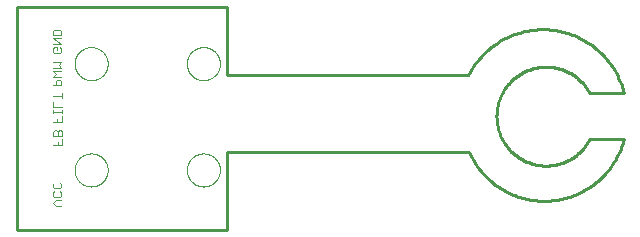
<source format=gbo>
G75*
%MOIN*%
%OFA0B0*%
%FSLAX25Y25*%
%IPPOS*%
%LPD*%
%AMOC8*
5,1,8,0,0,1.08239X$1,22.5*
%
%ADD10C,0.01000*%
%ADD11C,0.00000*%
%ADD12C,0.00300*%
D10*
X0061453Y0072391D02*
X0061453Y0146682D01*
X0131532Y0146682D01*
X0131532Y0123847D01*
X0211847Y0123847D01*
X0211846Y0123847D02*
X0212158Y0124451D01*
X0212484Y0125047D01*
X0212825Y0125635D01*
X0213179Y0126214D01*
X0213548Y0126785D01*
X0213931Y0127346D01*
X0214327Y0127898D01*
X0214737Y0128440D01*
X0215159Y0128972D01*
X0215595Y0129494D01*
X0216043Y0130004D01*
X0216504Y0130504D01*
X0216976Y0130992D01*
X0217460Y0131469D01*
X0217956Y0131933D01*
X0218463Y0132386D01*
X0218981Y0132826D01*
X0219509Y0133253D01*
X0220048Y0133667D01*
X0220597Y0134068D01*
X0221155Y0134455D01*
X0221722Y0134828D01*
X0222299Y0135188D01*
X0222884Y0135533D01*
X0223477Y0135865D01*
X0224078Y0136181D01*
X0224687Y0136483D01*
X0225303Y0136770D01*
X0225926Y0137041D01*
X0226555Y0137298D01*
X0227190Y0137539D01*
X0227831Y0137764D01*
X0228477Y0137974D01*
X0229128Y0138168D01*
X0229784Y0138346D01*
X0230444Y0138508D01*
X0231108Y0138653D01*
X0231775Y0138783D01*
X0232445Y0138896D01*
X0233117Y0138993D01*
X0233792Y0139073D01*
X0234468Y0139137D01*
X0235146Y0139185D01*
X0235825Y0139216D01*
X0236504Y0139230D01*
X0237183Y0139228D01*
X0237863Y0139209D01*
X0238541Y0139173D01*
X0239218Y0139121D01*
X0239894Y0139053D01*
X0240569Y0138968D01*
X0241240Y0138867D01*
X0241910Y0138749D01*
X0242576Y0138615D01*
X0243238Y0138465D01*
X0243897Y0138298D01*
X0244551Y0138116D01*
X0245201Y0137918D01*
X0245846Y0137704D01*
X0246486Y0137474D01*
X0247119Y0137229D01*
X0247747Y0136968D01*
X0248368Y0136692D01*
X0248981Y0136401D01*
X0249588Y0136095D01*
X0250187Y0135775D01*
X0250778Y0135440D01*
X0251361Y0135090D01*
X0251935Y0134727D01*
X0252500Y0134349D01*
X0253056Y0133958D01*
X0253602Y0133554D01*
X0254137Y0133136D01*
X0254663Y0132706D01*
X0255178Y0132262D01*
X0255682Y0131806D01*
X0256174Y0131339D01*
X0256655Y0130859D01*
X0257125Y0130367D01*
X0257582Y0129865D01*
X0258026Y0129351D01*
X0258458Y0128827D01*
X0258877Y0128292D01*
X0259283Y0127747D01*
X0259676Y0127192D01*
X0260055Y0126628D01*
X0260420Y0126055D01*
X0260771Y0125474D01*
X0261107Y0124883D01*
X0261429Y0124285D01*
X0261737Y0123679D01*
X0262029Y0123066D01*
X0262307Y0122446D01*
X0262569Y0121819D01*
X0262816Y0121186D01*
X0263048Y0120547D01*
X0263263Y0119903D01*
X0263463Y0119254D01*
X0263647Y0118600D01*
X0263815Y0117941D01*
X0263816Y0117942D02*
X0252398Y0117942D01*
X0252205Y0118296D01*
X0252005Y0118646D01*
X0251795Y0118990D01*
X0251577Y0119330D01*
X0251351Y0119663D01*
X0251117Y0119992D01*
X0250875Y0120314D01*
X0250625Y0120630D01*
X0250367Y0120940D01*
X0250102Y0121244D01*
X0249830Y0121541D01*
X0249550Y0121832D01*
X0249264Y0122115D01*
X0248970Y0122391D01*
X0248670Y0122661D01*
X0248363Y0122922D01*
X0248050Y0123176D01*
X0247731Y0123423D01*
X0247406Y0123661D01*
X0247075Y0123891D01*
X0246739Y0124114D01*
X0246397Y0124328D01*
X0246050Y0124533D01*
X0245698Y0124730D01*
X0245342Y0124918D01*
X0244981Y0125098D01*
X0244616Y0125268D01*
X0244246Y0125430D01*
X0243873Y0125582D01*
X0243496Y0125726D01*
X0243116Y0125860D01*
X0242733Y0125985D01*
X0242346Y0126100D01*
X0241957Y0126206D01*
X0241566Y0126302D01*
X0241172Y0126388D01*
X0240776Y0126465D01*
X0240379Y0126533D01*
X0239980Y0126590D01*
X0239579Y0126638D01*
X0239178Y0126676D01*
X0238776Y0126704D01*
X0238373Y0126722D01*
X0237970Y0126730D01*
X0237567Y0126729D01*
X0237164Y0126717D01*
X0236761Y0126696D01*
X0236359Y0126665D01*
X0235958Y0126624D01*
X0235558Y0126573D01*
X0235160Y0126513D01*
X0234763Y0126443D01*
X0234368Y0126363D01*
X0233975Y0126273D01*
X0233584Y0126174D01*
X0233196Y0126065D01*
X0232810Y0125947D01*
X0232428Y0125819D01*
X0232049Y0125682D01*
X0231673Y0125536D01*
X0231301Y0125381D01*
X0230933Y0125216D01*
X0230569Y0125043D01*
X0230209Y0124861D01*
X0229854Y0124670D01*
X0229504Y0124470D01*
X0229159Y0124262D01*
X0228819Y0124046D01*
X0228484Y0123821D01*
X0228155Y0123588D01*
X0227832Y0123347D01*
X0227514Y0123098D01*
X0227203Y0122842D01*
X0226898Y0122578D01*
X0226600Y0122307D01*
X0226309Y0122028D01*
X0226024Y0121742D01*
X0225747Y0121450D01*
X0225477Y0121151D01*
X0225214Y0120845D01*
X0224959Y0120533D01*
X0224711Y0120215D01*
X0224471Y0119891D01*
X0224240Y0119561D01*
X0224016Y0119225D01*
X0223801Y0118884D01*
X0223594Y0118538D01*
X0223396Y0118187D01*
X0223206Y0117831D01*
X0223026Y0117471D01*
X0222854Y0117106D01*
X0222691Y0116738D01*
X0222537Y0116365D01*
X0222392Y0115989D01*
X0222256Y0115609D01*
X0222130Y0115226D01*
X0222013Y0114840D01*
X0221906Y0114452D01*
X0221808Y0114061D01*
X0221720Y0113667D01*
X0221642Y0113272D01*
X0221573Y0112874D01*
X0221514Y0112476D01*
X0221465Y0112076D01*
X0221425Y0111674D01*
X0221396Y0111272D01*
X0221376Y0110870D01*
X0221366Y0110467D01*
X0221366Y0110063D01*
X0221376Y0109660D01*
X0221396Y0109258D01*
X0221425Y0108856D01*
X0221465Y0108454D01*
X0221514Y0108054D01*
X0221573Y0107656D01*
X0221642Y0107258D01*
X0221720Y0106863D01*
X0221808Y0106469D01*
X0221906Y0106078D01*
X0222013Y0105690D01*
X0222130Y0105304D01*
X0222256Y0104921D01*
X0222392Y0104541D01*
X0222537Y0104165D01*
X0222691Y0103792D01*
X0222854Y0103424D01*
X0223026Y0103059D01*
X0223206Y0102699D01*
X0223396Y0102343D01*
X0223594Y0101992D01*
X0223801Y0101646D01*
X0224016Y0101305D01*
X0224240Y0100969D01*
X0224471Y0100639D01*
X0224711Y0100315D01*
X0224959Y0099997D01*
X0225214Y0099685D01*
X0225477Y0099379D01*
X0225747Y0099080D01*
X0226024Y0098788D01*
X0226309Y0098502D01*
X0226600Y0098223D01*
X0226898Y0097952D01*
X0227203Y0097688D01*
X0227514Y0097432D01*
X0227832Y0097183D01*
X0228155Y0096942D01*
X0228484Y0096709D01*
X0228819Y0096484D01*
X0229159Y0096268D01*
X0229504Y0096060D01*
X0229854Y0095860D01*
X0230209Y0095669D01*
X0230569Y0095487D01*
X0230933Y0095314D01*
X0231301Y0095149D01*
X0231673Y0094994D01*
X0232049Y0094848D01*
X0232428Y0094711D01*
X0232810Y0094583D01*
X0233196Y0094465D01*
X0233584Y0094356D01*
X0233975Y0094257D01*
X0234368Y0094167D01*
X0234763Y0094087D01*
X0235160Y0094017D01*
X0235558Y0093957D01*
X0235958Y0093906D01*
X0236359Y0093865D01*
X0236761Y0093834D01*
X0237164Y0093813D01*
X0237567Y0093801D01*
X0237970Y0093800D01*
X0238373Y0093808D01*
X0238776Y0093826D01*
X0239178Y0093854D01*
X0239579Y0093892D01*
X0239980Y0093940D01*
X0240379Y0093997D01*
X0240776Y0094065D01*
X0241172Y0094142D01*
X0241566Y0094228D01*
X0241957Y0094324D01*
X0242346Y0094430D01*
X0242733Y0094545D01*
X0243116Y0094670D01*
X0243496Y0094804D01*
X0243873Y0094948D01*
X0244246Y0095100D01*
X0244616Y0095262D01*
X0244981Y0095432D01*
X0245342Y0095612D01*
X0245698Y0095800D01*
X0246050Y0095997D01*
X0246397Y0096202D01*
X0246739Y0096416D01*
X0247075Y0096639D01*
X0247406Y0096869D01*
X0247731Y0097107D01*
X0248050Y0097354D01*
X0248363Y0097608D01*
X0248670Y0097869D01*
X0248970Y0098139D01*
X0249264Y0098415D01*
X0249550Y0098698D01*
X0249830Y0098989D01*
X0250102Y0099286D01*
X0250367Y0099590D01*
X0250625Y0099900D01*
X0250875Y0100216D01*
X0251117Y0100538D01*
X0251351Y0100867D01*
X0251577Y0101200D01*
X0251795Y0101540D01*
X0252005Y0101884D01*
X0252205Y0102234D01*
X0252398Y0102588D01*
X0252398Y0102548D02*
X0263737Y0102587D01*
X0263815Y0102587D02*
X0263639Y0101941D01*
X0263447Y0101299D01*
X0263239Y0100663D01*
X0263016Y0100031D01*
X0262778Y0099405D01*
X0262524Y0098786D01*
X0262256Y0098172D01*
X0261972Y0097566D01*
X0261674Y0096966D01*
X0261361Y0096374D01*
X0261034Y0095790D01*
X0260693Y0095214D01*
X0260337Y0094646D01*
X0259968Y0094087D01*
X0259586Y0093538D01*
X0259190Y0092998D01*
X0258781Y0092467D01*
X0258359Y0091947D01*
X0257925Y0091438D01*
X0257478Y0090939D01*
X0257019Y0090451D01*
X0256549Y0089974D01*
X0256067Y0089509D01*
X0255574Y0089056D01*
X0255070Y0088616D01*
X0254555Y0088187D01*
X0254030Y0087771D01*
X0253495Y0087369D01*
X0252950Y0086979D01*
X0252396Y0086603D01*
X0251833Y0086240D01*
X0251262Y0085892D01*
X0250682Y0085557D01*
X0250094Y0085237D01*
X0249498Y0084931D01*
X0248895Y0084640D01*
X0248285Y0084363D01*
X0247669Y0084102D01*
X0247046Y0083855D01*
X0246417Y0083624D01*
X0245783Y0083409D01*
X0245144Y0083208D01*
X0244501Y0083024D01*
X0243853Y0082855D01*
X0243201Y0082702D01*
X0242545Y0082566D01*
X0241886Y0082445D01*
X0241225Y0082340D01*
X0240561Y0082252D01*
X0239896Y0082179D01*
X0239228Y0082123D01*
X0238560Y0082083D01*
X0237891Y0082060D01*
X0237221Y0082053D01*
X0236551Y0082062D01*
X0235882Y0082088D01*
X0235214Y0082130D01*
X0234547Y0082188D01*
X0233881Y0082263D01*
X0233218Y0082354D01*
X0232557Y0082460D01*
X0231899Y0082583D01*
X0231244Y0082723D01*
X0230592Y0082878D01*
X0229945Y0083048D01*
X0229302Y0083235D01*
X0228663Y0083437D01*
X0228030Y0083655D01*
X0227402Y0083888D01*
X0226780Y0084137D01*
X0226165Y0084400D01*
X0225556Y0084679D01*
X0224954Y0084972D01*
X0224359Y0085280D01*
X0223772Y0085602D01*
X0223193Y0085939D01*
X0222623Y0086289D01*
X0222061Y0086654D01*
X0221508Y0087032D01*
X0220965Y0087423D01*
X0220431Y0087828D01*
X0219908Y0088245D01*
X0219394Y0088675D01*
X0218892Y0089118D01*
X0218400Y0089572D01*
X0217920Y0090039D01*
X0217451Y0090517D01*
X0216994Y0091006D01*
X0216549Y0091507D01*
X0216116Y0092018D01*
X0215696Y0092540D01*
X0215289Y0093071D01*
X0214895Y0093613D01*
X0214514Y0094163D01*
X0214147Y0094723D01*
X0213794Y0095292D01*
X0213454Y0095870D01*
X0213129Y0096455D01*
X0212818Y0097048D01*
X0212522Y0097649D01*
X0212240Y0098256D01*
X0211847Y0098257D02*
X0131532Y0098257D01*
X0131532Y0072391D01*
X0061453Y0072391D01*
D11*
X0080745Y0092351D02*
X0080747Y0092499D01*
X0080753Y0092647D01*
X0080763Y0092795D01*
X0080777Y0092942D01*
X0080795Y0093089D01*
X0080816Y0093235D01*
X0080842Y0093381D01*
X0080872Y0093526D01*
X0080905Y0093670D01*
X0080943Y0093813D01*
X0080984Y0093955D01*
X0081029Y0094096D01*
X0081077Y0094236D01*
X0081130Y0094375D01*
X0081186Y0094512D01*
X0081246Y0094647D01*
X0081309Y0094781D01*
X0081376Y0094913D01*
X0081447Y0095043D01*
X0081521Y0095171D01*
X0081598Y0095297D01*
X0081679Y0095421D01*
X0081763Y0095543D01*
X0081850Y0095662D01*
X0081941Y0095779D01*
X0082035Y0095894D01*
X0082131Y0096006D01*
X0082231Y0096116D01*
X0082333Y0096222D01*
X0082439Y0096326D01*
X0082547Y0096427D01*
X0082658Y0096525D01*
X0082771Y0096621D01*
X0082887Y0096713D01*
X0083005Y0096802D01*
X0083126Y0096887D01*
X0083249Y0096970D01*
X0083374Y0097049D01*
X0083501Y0097125D01*
X0083630Y0097197D01*
X0083761Y0097266D01*
X0083894Y0097331D01*
X0084029Y0097392D01*
X0084165Y0097450D01*
X0084302Y0097505D01*
X0084441Y0097555D01*
X0084582Y0097602D01*
X0084723Y0097645D01*
X0084866Y0097685D01*
X0085010Y0097720D01*
X0085154Y0097752D01*
X0085300Y0097779D01*
X0085446Y0097803D01*
X0085593Y0097823D01*
X0085740Y0097839D01*
X0085887Y0097851D01*
X0086035Y0097859D01*
X0086183Y0097863D01*
X0086331Y0097863D01*
X0086479Y0097859D01*
X0086627Y0097851D01*
X0086774Y0097839D01*
X0086921Y0097823D01*
X0087068Y0097803D01*
X0087214Y0097779D01*
X0087360Y0097752D01*
X0087504Y0097720D01*
X0087648Y0097685D01*
X0087791Y0097645D01*
X0087932Y0097602D01*
X0088073Y0097555D01*
X0088212Y0097505D01*
X0088349Y0097450D01*
X0088485Y0097392D01*
X0088620Y0097331D01*
X0088753Y0097266D01*
X0088884Y0097197D01*
X0089013Y0097125D01*
X0089140Y0097049D01*
X0089265Y0096970D01*
X0089388Y0096887D01*
X0089509Y0096802D01*
X0089627Y0096713D01*
X0089743Y0096621D01*
X0089856Y0096525D01*
X0089967Y0096427D01*
X0090075Y0096326D01*
X0090181Y0096222D01*
X0090283Y0096116D01*
X0090383Y0096006D01*
X0090479Y0095894D01*
X0090573Y0095779D01*
X0090664Y0095662D01*
X0090751Y0095543D01*
X0090835Y0095421D01*
X0090916Y0095297D01*
X0090993Y0095171D01*
X0091067Y0095043D01*
X0091138Y0094913D01*
X0091205Y0094781D01*
X0091268Y0094647D01*
X0091328Y0094512D01*
X0091384Y0094375D01*
X0091437Y0094236D01*
X0091485Y0094096D01*
X0091530Y0093955D01*
X0091571Y0093813D01*
X0091609Y0093670D01*
X0091642Y0093526D01*
X0091672Y0093381D01*
X0091698Y0093235D01*
X0091719Y0093089D01*
X0091737Y0092942D01*
X0091751Y0092795D01*
X0091761Y0092647D01*
X0091767Y0092499D01*
X0091769Y0092351D01*
X0091767Y0092203D01*
X0091761Y0092055D01*
X0091751Y0091907D01*
X0091737Y0091760D01*
X0091719Y0091613D01*
X0091698Y0091467D01*
X0091672Y0091321D01*
X0091642Y0091176D01*
X0091609Y0091032D01*
X0091571Y0090889D01*
X0091530Y0090747D01*
X0091485Y0090606D01*
X0091437Y0090466D01*
X0091384Y0090327D01*
X0091328Y0090190D01*
X0091268Y0090055D01*
X0091205Y0089921D01*
X0091138Y0089789D01*
X0091067Y0089659D01*
X0090993Y0089531D01*
X0090916Y0089405D01*
X0090835Y0089281D01*
X0090751Y0089159D01*
X0090664Y0089040D01*
X0090573Y0088923D01*
X0090479Y0088808D01*
X0090383Y0088696D01*
X0090283Y0088586D01*
X0090181Y0088480D01*
X0090075Y0088376D01*
X0089967Y0088275D01*
X0089856Y0088177D01*
X0089743Y0088081D01*
X0089627Y0087989D01*
X0089509Y0087900D01*
X0089388Y0087815D01*
X0089265Y0087732D01*
X0089140Y0087653D01*
X0089013Y0087577D01*
X0088884Y0087505D01*
X0088753Y0087436D01*
X0088620Y0087371D01*
X0088485Y0087310D01*
X0088349Y0087252D01*
X0088212Y0087197D01*
X0088073Y0087147D01*
X0087932Y0087100D01*
X0087791Y0087057D01*
X0087648Y0087017D01*
X0087504Y0086982D01*
X0087360Y0086950D01*
X0087214Y0086923D01*
X0087068Y0086899D01*
X0086921Y0086879D01*
X0086774Y0086863D01*
X0086627Y0086851D01*
X0086479Y0086843D01*
X0086331Y0086839D01*
X0086183Y0086839D01*
X0086035Y0086843D01*
X0085887Y0086851D01*
X0085740Y0086863D01*
X0085593Y0086879D01*
X0085446Y0086899D01*
X0085300Y0086923D01*
X0085154Y0086950D01*
X0085010Y0086982D01*
X0084866Y0087017D01*
X0084723Y0087057D01*
X0084582Y0087100D01*
X0084441Y0087147D01*
X0084302Y0087197D01*
X0084165Y0087252D01*
X0084029Y0087310D01*
X0083894Y0087371D01*
X0083761Y0087436D01*
X0083630Y0087505D01*
X0083501Y0087577D01*
X0083374Y0087653D01*
X0083249Y0087732D01*
X0083126Y0087815D01*
X0083005Y0087900D01*
X0082887Y0087989D01*
X0082771Y0088081D01*
X0082658Y0088177D01*
X0082547Y0088275D01*
X0082439Y0088376D01*
X0082333Y0088480D01*
X0082231Y0088586D01*
X0082131Y0088696D01*
X0082035Y0088808D01*
X0081941Y0088923D01*
X0081850Y0089040D01*
X0081763Y0089159D01*
X0081679Y0089281D01*
X0081598Y0089405D01*
X0081521Y0089531D01*
X0081447Y0089659D01*
X0081376Y0089789D01*
X0081309Y0089921D01*
X0081246Y0090055D01*
X0081186Y0090190D01*
X0081130Y0090327D01*
X0081077Y0090466D01*
X0081029Y0090606D01*
X0080984Y0090747D01*
X0080943Y0090889D01*
X0080905Y0091032D01*
X0080872Y0091176D01*
X0080842Y0091321D01*
X0080816Y0091467D01*
X0080795Y0091613D01*
X0080777Y0091760D01*
X0080763Y0091907D01*
X0080753Y0092055D01*
X0080747Y0092203D01*
X0080745Y0092351D01*
X0118146Y0092351D02*
X0118148Y0092499D01*
X0118154Y0092647D01*
X0118164Y0092795D01*
X0118178Y0092942D01*
X0118196Y0093089D01*
X0118217Y0093235D01*
X0118243Y0093381D01*
X0118273Y0093526D01*
X0118306Y0093670D01*
X0118344Y0093813D01*
X0118385Y0093955D01*
X0118430Y0094096D01*
X0118478Y0094236D01*
X0118531Y0094375D01*
X0118587Y0094512D01*
X0118647Y0094647D01*
X0118710Y0094781D01*
X0118777Y0094913D01*
X0118848Y0095043D01*
X0118922Y0095171D01*
X0118999Y0095297D01*
X0119080Y0095421D01*
X0119164Y0095543D01*
X0119251Y0095662D01*
X0119342Y0095779D01*
X0119436Y0095894D01*
X0119532Y0096006D01*
X0119632Y0096116D01*
X0119734Y0096222D01*
X0119840Y0096326D01*
X0119948Y0096427D01*
X0120059Y0096525D01*
X0120172Y0096621D01*
X0120288Y0096713D01*
X0120406Y0096802D01*
X0120527Y0096887D01*
X0120650Y0096970D01*
X0120775Y0097049D01*
X0120902Y0097125D01*
X0121031Y0097197D01*
X0121162Y0097266D01*
X0121295Y0097331D01*
X0121430Y0097392D01*
X0121566Y0097450D01*
X0121703Y0097505D01*
X0121842Y0097555D01*
X0121983Y0097602D01*
X0122124Y0097645D01*
X0122267Y0097685D01*
X0122411Y0097720D01*
X0122555Y0097752D01*
X0122701Y0097779D01*
X0122847Y0097803D01*
X0122994Y0097823D01*
X0123141Y0097839D01*
X0123288Y0097851D01*
X0123436Y0097859D01*
X0123584Y0097863D01*
X0123732Y0097863D01*
X0123880Y0097859D01*
X0124028Y0097851D01*
X0124175Y0097839D01*
X0124322Y0097823D01*
X0124469Y0097803D01*
X0124615Y0097779D01*
X0124761Y0097752D01*
X0124905Y0097720D01*
X0125049Y0097685D01*
X0125192Y0097645D01*
X0125333Y0097602D01*
X0125474Y0097555D01*
X0125613Y0097505D01*
X0125750Y0097450D01*
X0125886Y0097392D01*
X0126021Y0097331D01*
X0126154Y0097266D01*
X0126285Y0097197D01*
X0126414Y0097125D01*
X0126541Y0097049D01*
X0126666Y0096970D01*
X0126789Y0096887D01*
X0126910Y0096802D01*
X0127028Y0096713D01*
X0127144Y0096621D01*
X0127257Y0096525D01*
X0127368Y0096427D01*
X0127476Y0096326D01*
X0127582Y0096222D01*
X0127684Y0096116D01*
X0127784Y0096006D01*
X0127880Y0095894D01*
X0127974Y0095779D01*
X0128065Y0095662D01*
X0128152Y0095543D01*
X0128236Y0095421D01*
X0128317Y0095297D01*
X0128394Y0095171D01*
X0128468Y0095043D01*
X0128539Y0094913D01*
X0128606Y0094781D01*
X0128669Y0094647D01*
X0128729Y0094512D01*
X0128785Y0094375D01*
X0128838Y0094236D01*
X0128886Y0094096D01*
X0128931Y0093955D01*
X0128972Y0093813D01*
X0129010Y0093670D01*
X0129043Y0093526D01*
X0129073Y0093381D01*
X0129099Y0093235D01*
X0129120Y0093089D01*
X0129138Y0092942D01*
X0129152Y0092795D01*
X0129162Y0092647D01*
X0129168Y0092499D01*
X0129170Y0092351D01*
X0129168Y0092203D01*
X0129162Y0092055D01*
X0129152Y0091907D01*
X0129138Y0091760D01*
X0129120Y0091613D01*
X0129099Y0091467D01*
X0129073Y0091321D01*
X0129043Y0091176D01*
X0129010Y0091032D01*
X0128972Y0090889D01*
X0128931Y0090747D01*
X0128886Y0090606D01*
X0128838Y0090466D01*
X0128785Y0090327D01*
X0128729Y0090190D01*
X0128669Y0090055D01*
X0128606Y0089921D01*
X0128539Y0089789D01*
X0128468Y0089659D01*
X0128394Y0089531D01*
X0128317Y0089405D01*
X0128236Y0089281D01*
X0128152Y0089159D01*
X0128065Y0089040D01*
X0127974Y0088923D01*
X0127880Y0088808D01*
X0127784Y0088696D01*
X0127684Y0088586D01*
X0127582Y0088480D01*
X0127476Y0088376D01*
X0127368Y0088275D01*
X0127257Y0088177D01*
X0127144Y0088081D01*
X0127028Y0087989D01*
X0126910Y0087900D01*
X0126789Y0087815D01*
X0126666Y0087732D01*
X0126541Y0087653D01*
X0126414Y0087577D01*
X0126285Y0087505D01*
X0126154Y0087436D01*
X0126021Y0087371D01*
X0125886Y0087310D01*
X0125750Y0087252D01*
X0125613Y0087197D01*
X0125474Y0087147D01*
X0125333Y0087100D01*
X0125192Y0087057D01*
X0125049Y0087017D01*
X0124905Y0086982D01*
X0124761Y0086950D01*
X0124615Y0086923D01*
X0124469Y0086899D01*
X0124322Y0086879D01*
X0124175Y0086863D01*
X0124028Y0086851D01*
X0123880Y0086843D01*
X0123732Y0086839D01*
X0123584Y0086839D01*
X0123436Y0086843D01*
X0123288Y0086851D01*
X0123141Y0086863D01*
X0122994Y0086879D01*
X0122847Y0086899D01*
X0122701Y0086923D01*
X0122555Y0086950D01*
X0122411Y0086982D01*
X0122267Y0087017D01*
X0122124Y0087057D01*
X0121983Y0087100D01*
X0121842Y0087147D01*
X0121703Y0087197D01*
X0121566Y0087252D01*
X0121430Y0087310D01*
X0121295Y0087371D01*
X0121162Y0087436D01*
X0121031Y0087505D01*
X0120902Y0087577D01*
X0120775Y0087653D01*
X0120650Y0087732D01*
X0120527Y0087815D01*
X0120406Y0087900D01*
X0120288Y0087989D01*
X0120172Y0088081D01*
X0120059Y0088177D01*
X0119948Y0088275D01*
X0119840Y0088376D01*
X0119734Y0088480D01*
X0119632Y0088586D01*
X0119532Y0088696D01*
X0119436Y0088808D01*
X0119342Y0088923D01*
X0119251Y0089040D01*
X0119164Y0089159D01*
X0119080Y0089281D01*
X0118999Y0089405D01*
X0118922Y0089531D01*
X0118848Y0089659D01*
X0118777Y0089789D01*
X0118710Y0089921D01*
X0118647Y0090055D01*
X0118587Y0090190D01*
X0118531Y0090327D01*
X0118478Y0090466D01*
X0118430Y0090606D01*
X0118385Y0090747D01*
X0118344Y0090889D01*
X0118306Y0091032D01*
X0118273Y0091176D01*
X0118243Y0091321D01*
X0118217Y0091467D01*
X0118196Y0091613D01*
X0118178Y0091760D01*
X0118164Y0091907D01*
X0118154Y0092055D01*
X0118148Y0092203D01*
X0118146Y0092351D01*
X0118146Y0127784D02*
X0118148Y0127932D01*
X0118154Y0128080D01*
X0118164Y0128228D01*
X0118178Y0128375D01*
X0118196Y0128522D01*
X0118217Y0128668D01*
X0118243Y0128814D01*
X0118273Y0128959D01*
X0118306Y0129103D01*
X0118344Y0129246D01*
X0118385Y0129388D01*
X0118430Y0129529D01*
X0118478Y0129669D01*
X0118531Y0129808D01*
X0118587Y0129945D01*
X0118647Y0130080D01*
X0118710Y0130214D01*
X0118777Y0130346D01*
X0118848Y0130476D01*
X0118922Y0130604D01*
X0118999Y0130730D01*
X0119080Y0130854D01*
X0119164Y0130976D01*
X0119251Y0131095D01*
X0119342Y0131212D01*
X0119436Y0131327D01*
X0119532Y0131439D01*
X0119632Y0131549D01*
X0119734Y0131655D01*
X0119840Y0131759D01*
X0119948Y0131860D01*
X0120059Y0131958D01*
X0120172Y0132054D01*
X0120288Y0132146D01*
X0120406Y0132235D01*
X0120527Y0132320D01*
X0120650Y0132403D01*
X0120775Y0132482D01*
X0120902Y0132558D01*
X0121031Y0132630D01*
X0121162Y0132699D01*
X0121295Y0132764D01*
X0121430Y0132825D01*
X0121566Y0132883D01*
X0121703Y0132938D01*
X0121842Y0132988D01*
X0121983Y0133035D01*
X0122124Y0133078D01*
X0122267Y0133118D01*
X0122411Y0133153D01*
X0122555Y0133185D01*
X0122701Y0133212D01*
X0122847Y0133236D01*
X0122994Y0133256D01*
X0123141Y0133272D01*
X0123288Y0133284D01*
X0123436Y0133292D01*
X0123584Y0133296D01*
X0123732Y0133296D01*
X0123880Y0133292D01*
X0124028Y0133284D01*
X0124175Y0133272D01*
X0124322Y0133256D01*
X0124469Y0133236D01*
X0124615Y0133212D01*
X0124761Y0133185D01*
X0124905Y0133153D01*
X0125049Y0133118D01*
X0125192Y0133078D01*
X0125333Y0133035D01*
X0125474Y0132988D01*
X0125613Y0132938D01*
X0125750Y0132883D01*
X0125886Y0132825D01*
X0126021Y0132764D01*
X0126154Y0132699D01*
X0126285Y0132630D01*
X0126414Y0132558D01*
X0126541Y0132482D01*
X0126666Y0132403D01*
X0126789Y0132320D01*
X0126910Y0132235D01*
X0127028Y0132146D01*
X0127144Y0132054D01*
X0127257Y0131958D01*
X0127368Y0131860D01*
X0127476Y0131759D01*
X0127582Y0131655D01*
X0127684Y0131549D01*
X0127784Y0131439D01*
X0127880Y0131327D01*
X0127974Y0131212D01*
X0128065Y0131095D01*
X0128152Y0130976D01*
X0128236Y0130854D01*
X0128317Y0130730D01*
X0128394Y0130604D01*
X0128468Y0130476D01*
X0128539Y0130346D01*
X0128606Y0130214D01*
X0128669Y0130080D01*
X0128729Y0129945D01*
X0128785Y0129808D01*
X0128838Y0129669D01*
X0128886Y0129529D01*
X0128931Y0129388D01*
X0128972Y0129246D01*
X0129010Y0129103D01*
X0129043Y0128959D01*
X0129073Y0128814D01*
X0129099Y0128668D01*
X0129120Y0128522D01*
X0129138Y0128375D01*
X0129152Y0128228D01*
X0129162Y0128080D01*
X0129168Y0127932D01*
X0129170Y0127784D01*
X0129168Y0127636D01*
X0129162Y0127488D01*
X0129152Y0127340D01*
X0129138Y0127193D01*
X0129120Y0127046D01*
X0129099Y0126900D01*
X0129073Y0126754D01*
X0129043Y0126609D01*
X0129010Y0126465D01*
X0128972Y0126322D01*
X0128931Y0126180D01*
X0128886Y0126039D01*
X0128838Y0125899D01*
X0128785Y0125760D01*
X0128729Y0125623D01*
X0128669Y0125488D01*
X0128606Y0125354D01*
X0128539Y0125222D01*
X0128468Y0125092D01*
X0128394Y0124964D01*
X0128317Y0124838D01*
X0128236Y0124714D01*
X0128152Y0124592D01*
X0128065Y0124473D01*
X0127974Y0124356D01*
X0127880Y0124241D01*
X0127784Y0124129D01*
X0127684Y0124019D01*
X0127582Y0123913D01*
X0127476Y0123809D01*
X0127368Y0123708D01*
X0127257Y0123610D01*
X0127144Y0123514D01*
X0127028Y0123422D01*
X0126910Y0123333D01*
X0126789Y0123248D01*
X0126666Y0123165D01*
X0126541Y0123086D01*
X0126414Y0123010D01*
X0126285Y0122938D01*
X0126154Y0122869D01*
X0126021Y0122804D01*
X0125886Y0122743D01*
X0125750Y0122685D01*
X0125613Y0122630D01*
X0125474Y0122580D01*
X0125333Y0122533D01*
X0125192Y0122490D01*
X0125049Y0122450D01*
X0124905Y0122415D01*
X0124761Y0122383D01*
X0124615Y0122356D01*
X0124469Y0122332D01*
X0124322Y0122312D01*
X0124175Y0122296D01*
X0124028Y0122284D01*
X0123880Y0122276D01*
X0123732Y0122272D01*
X0123584Y0122272D01*
X0123436Y0122276D01*
X0123288Y0122284D01*
X0123141Y0122296D01*
X0122994Y0122312D01*
X0122847Y0122332D01*
X0122701Y0122356D01*
X0122555Y0122383D01*
X0122411Y0122415D01*
X0122267Y0122450D01*
X0122124Y0122490D01*
X0121983Y0122533D01*
X0121842Y0122580D01*
X0121703Y0122630D01*
X0121566Y0122685D01*
X0121430Y0122743D01*
X0121295Y0122804D01*
X0121162Y0122869D01*
X0121031Y0122938D01*
X0120902Y0123010D01*
X0120775Y0123086D01*
X0120650Y0123165D01*
X0120527Y0123248D01*
X0120406Y0123333D01*
X0120288Y0123422D01*
X0120172Y0123514D01*
X0120059Y0123610D01*
X0119948Y0123708D01*
X0119840Y0123809D01*
X0119734Y0123913D01*
X0119632Y0124019D01*
X0119532Y0124129D01*
X0119436Y0124241D01*
X0119342Y0124356D01*
X0119251Y0124473D01*
X0119164Y0124592D01*
X0119080Y0124714D01*
X0118999Y0124838D01*
X0118922Y0124964D01*
X0118848Y0125092D01*
X0118777Y0125222D01*
X0118710Y0125354D01*
X0118647Y0125488D01*
X0118587Y0125623D01*
X0118531Y0125760D01*
X0118478Y0125899D01*
X0118430Y0126039D01*
X0118385Y0126180D01*
X0118344Y0126322D01*
X0118306Y0126465D01*
X0118273Y0126609D01*
X0118243Y0126754D01*
X0118217Y0126900D01*
X0118196Y0127046D01*
X0118178Y0127193D01*
X0118164Y0127340D01*
X0118154Y0127488D01*
X0118148Y0127636D01*
X0118146Y0127784D01*
X0080745Y0127784D02*
X0080747Y0127932D01*
X0080753Y0128080D01*
X0080763Y0128228D01*
X0080777Y0128375D01*
X0080795Y0128522D01*
X0080816Y0128668D01*
X0080842Y0128814D01*
X0080872Y0128959D01*
X0080905Y0129103D01*
X0080943Y0129246D01*
X0080984Y0129388D01*
X0081029Y0129529D01*
X0081077Y0129669D01*
X0081130Y0129808D01*
X0081186Y0129945D01*
X0081246Y0130080D01*
X0081309Y0130214D01*
X0081376Y0130346D01*
X0081447Y0130476D01*
X0081521Y0130604D01*
X0081598Y0130730D01*
X0081679Y0130854D01*
X0081763Y0130976D01*
X0081850Y0131095D01*
X0081941Y0131212D01*
X0082035Y0131327D01*
X0082131Y0131439D01*
X0082231Y0131549D01*
X0082333Y0131655D01*
X0082439Y0131759D01*
X0082547Y0131860D01*
X0082658Y0131958D01*
X0082771Y0132054D01*
X0082887Y0132146D01*
X0083005Y0132235D01*
X0083126Y0132320D01*
X0083249Y0132403D01*
X0083374Y0132482D01*
X0083501Y0132558D01*
X0083630Y0132630D01*
X0083761Y0132699D01*
X0083894Y0132764D01*
X0084029Y0132825D01*
X0084165Y0132883D01*
X0084302Y0132938D01*
X0084441Y0132988D01*
X0084582Y0133035D01*
X0084723Y0133078D01*
X0084866Y0133118D01*
X0085010Y0133153D01*
X0085154Y0133185D01*
X0085300Y0133212D01*
X0085446Y0133236D01*
X0085593Y0133256D01*
X0085740Y0133272D01*
X0085887Y0133284D01*
X0086035Y0133292D01*
X0086183Y0133296D01*
X0086331Y0133296D01*
X0086479Y0133292D01*
X0086627Y0133284D01*
X0086774Y0133272D01*
X0086921Y0133256D01*
X0087068Y0133236D01*
X0087214Y0133212D01*
X0087360Y0133185D01*
X0087504Y0133153D01*
X0087648Y0133118D01*
X0087791Y0133078D01*
X0087932Y0133035D01*
X0088073Y0132988D01*
X0088212Y0132938D01*
X0088349Y0132883D01*
X0088485Y0132825D01*
X0088620Y0132764D01*
X0088753Y0132699D01*
X0088884Y0132630D01*
X0089013Y0132558D01*
X0089140Y0132482D01*
X0089265Y0132403D01*
X0089388Y0132320D01*
X0089509Y0132235D01*
X0089627Y0132146D01*
X0089743Y0132054D01*
X0089856Y0131958D01*
X0089967Y0131860D01*
X0090075Y0131759D01*
X0090181Y0131655D01*
X0090283Y0131549D01*
X0090383Y0131439D01*
X0090479Y0131327D01*
X0090573Y0131212D01*
X0090664Y0131095D01*
X0090751Y0130976D01*
X0090835Y0130854D01*
X0090916Y0130730D01*
X0090993Y0130604D01*
X0091067Y0130476D01*
X0091138Y0130346D01*
X0091205Y0130214D01*
X0091268Y0130080D01*
X0091328Y0129945D01*
X0091384Y0129808D01*
X0091437Y0129669D01*
X0091485Y0129529D01*
X0091530Y0129388D01*
X0091571Y0129246D01*
X0091609Y0129103D01*
X0091642Y0128959D01*
X0091672Y0128814D01*
X0091698Y0128668D01*
X0091719Y0128522D01*
X0091737Y0128375D01*
X0091751Y0128228D01*
X0091761Y0128080D01*
X0091767Y0127932D01*
X0091769Y0127784D01*
X0091767Y0127636D01*
X0091761Y0127488D01*
X0091751Y0127340D01*
X0091737Y0127193D01*
X0091719Y0127046D01*
X0091698Y0126900D01*
X0091672Y0126754D01*
X0091642Y0126609D01*
X0091609Y0126465D01*
X0091571Y0126322D01*
X0091530Y0126180D01*
X0091485Y0126039D01*
X0091437Y0125899D01*
X0091384Y0125760D01*
X0091328Y0125623D01*
X0091268Y0125488D01*
X0091205Y0125354D01*
X0091138Y0125222D01*
X0091067Y0125092D01*
X0090993Y0124964D01*
X0090916Y0124838D01*
X0090835Y0124714D01*
X0090751Y0124592D01*
X0090664Y0124473D01*
X0090573Y0124356D01*
X0090479Y0124241D01*
X0090383Y0124129D01*
X0090283Y0124019D01*
X0090181Y0123913D01*
X0090075Y0123809D01*
X0089967Y0123708D01*
X0089856Y0123610D01*
X0089743Y0123514D01*
X0089627Y0123422D01*
X0089509Y0123333D01*
X0089388Y0123248D01*
X0089265Y0123165D01*
X0089140Y0123086D01*
X0089013Y0123010D01*
X0088884Y0122938D01*
X0088753Y0122869D01*
X0088620Y0122804D01*
X0088485Y0122743D01*
X0088349Y0122685D01*
X0088212Y0122630D01*
X0088073Y0122580D01*
X0087932Y0122533D01*
X0087791Y0122490D01*
X0087648Y0122450D01*
X0087504Y0122415D01*
X0087360Y0122383D01*
X0087214Y0122356D01*
X0087068Y0122332D01*
X0086921Y0122312D01*
X0086774Y0122296D01*
X0086627Y0122284D01*
X0086479Y0122276D01*
X0086331Y0122272D01*
X0086183Y0122272D01*
X0086035Y0122276D01*
X0085887Y0122284D01*
X0085740Y0122296D01*
X0085593Y0122312D01*
X0085446Y0122332D01*
X0085300Y0122356D01*
X0085154Y0122383D01*
X0085010Y0122415D01*
X0084866Y0122450D01*
X0084723Y0122490D01*
X0084582Y0122533D01*
X0084441Y0122580D01*
X0084302Y0122630D01*
X0084165Y0122685D01*
X0084029Y0122743D01*
X0083894Y0122804D01*
X0083761Y0122869D01*
X0083630Y0122938D01*
X0083501Y0123010D01*
X0083374Y0123086D01*
X0083249Y0123165D01*
X0083126Y0123248D01*
X0083005Y0123333D01*
X0082887Y0123422D01*
X0082771Y0123514D01*
X0082658Y0123610D01*
X0082547Y0123708D01*
X0082439Y0123809D01*
X0082333Y0123913D01*
X0082231Y0124019D01*
X0082131Y0124129D01*
X0082035Y0124241D01*
X0081941Y0124356D01*
X0081850Y0124473D01*
X0081763Y0124592D01*
X0081679Y0124714D01*
X0081598Y0124838D01*
X0081521Y0124964D01*
X0081447Y0125092D01*
X0081376Y0125222D01*
X0081309Y0125354D01*
X0081246Y0125488D01*
X0081186Y0125623D01*
X0081130Y0125760D01*
X0081077Y0125899D01*
X0081029Y0126039D01*
X0080984Y0126180D01*
X0080943Y0126322D01*
X0080905Y0126465D01*
X0080872Y0126609D01*
X0080842Y0126754D01*
X0080816Y0126900D01*
X0080795Y0127046D01*
X0080777Y0127193D01*
X0080763Y0127340D01*
X0080753Y0127488D01*
X0080747Y0127636D01*
X0080745Y0127784D01*
D12*
X0076356Y0128351D02*
X0075389Y0127383D01*
X0076356Y0126416D01*
X0073454Y0126416D01*
X0073454Y0125404D02*
X0076356Y0125404D01*
X0076356Y0123469D02*
X0073454Y0123469D01*
X0074421Y0124437D01*
X0073454Y0125404D01*
X0074905Y0122458D02*
X0074421Y0121974D01*
X0074421Y0120523D01*
X0073454Y0120523D02*
X0076356Y0120523D01*
X0076356Y0121974D01*
X0075873Y0122458D01*
X0074905Y0122458D01*
X0076474Y0118110D02*
X0076474Y0116175D01*
X0076474Y0117143D02*
X0073572Y0117143D01*
X0073572Y0115164D02*
X0073572Y0113229D01*
X0076474Y0113229D01*
X0076474Y0112232D02*
X0076474Y0111265D01*
X0076474Y0111748D02*
X0073572Y0111748D01*
X0073572Y0111265D02*
X0073572Y0112232D01*
X0075023Y0109286D02*
X0075023Y0108318D01*
X0073572Y0108318D02*
X0076474Y0108318D01*
X0076474Y0110253D01*
X0076109Y0105562D02*
X0075625Y0105562D01*
X0075141Y0105078D01*
X0075141Y0103627D01*
X0073690Y0103627D02*
X0073690Y0105078D01*
X0074174Y0105562D01*
X0074658Y0105562D01*
X0075141Y0105078D01*
X0076109Y0105562D02*
X0076592Y0105078D01*
X0076592Y0103627D01*
X0073690Y0103627D01*
X0075141Y0101648D02*
X0075141Y0100680D01*
X0073690Y0100680D02*
X0076592Y0100680D01*
X0076592Y0102615D01*
X0075833Y0088154D02*
X0076317Y0087670D01*
X0076317Y0086703D01*
X0075833Y0086219D01*
X0073898Y0086219D01*
X0073414Y0086703D01*
X0073414Y0087670D01*
X0073898Y0088154D01*
X0073898Y0085207D02*
X0073414Y0084724D01*
X0073414Y0083756D01*
X0073898Y0083273D01*
X0075833Y0083273D01*
X0076317Y0083756D01*
X0076317Y0084724D01*
X0075833Y0085207D01*
X0076317Y0082261D02*
X0074382Y0082261D01*
X0073414Y0081293D01*
X0074382Y0080326D01*
X0076317Y0080326D01*
X0076356Y0128351D02*
X0073454Y0128351D01*
X0073898Y0131310D02*
X0073414Y0131794D01*
X0073414Y0132761D01*
X0073898Y0133245D01*
X0074866Y0133245D01*
X0074866Y0132278D01*
X0075833Y0133245D02*
X0076317Y0132761D01*
X0076317Y0131794D01*
X0075833Y0131310D01*
X0073898Y0131310D01*
X0073414Y0134257D02*
X0076317Y0134257D01*
X0073414Y0136192D01*
X0076317Y0136192D01*
X0076317Y0137203D02*
X0076317Y0138655D01*
X0075833Y0139138D01*
X0073898Y0139138D01*
X0073414Y0138655D01*
X0073414Y0137203D01*
X0076317Y0137203D01*
M02*

</source>
